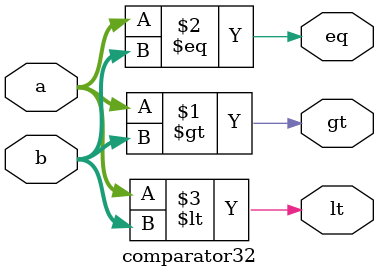
<source format=v>
module comparator32 (
    input wire [31:0] a,
    input wire [31:0] b,
    output wire gt,
    output wire eq,
    output wire lt
);

    assign gt = (a > b);
    assign eq = (a == b);
    assign lt = (a < b);

endmodule

</source>
